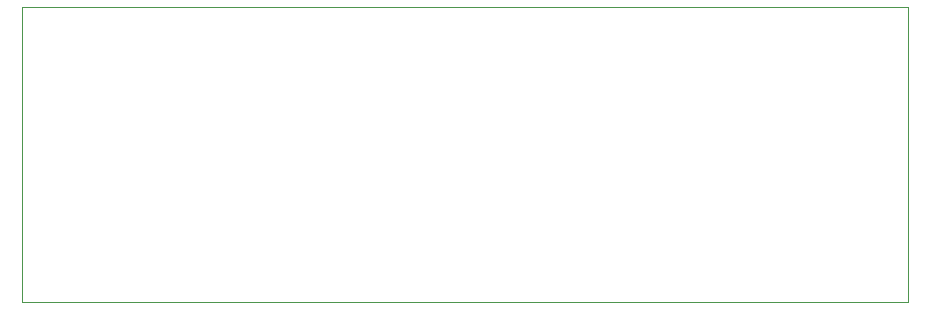
<source format=gbr>
%TF.GenerationSoftware,KiCad,Pcbnew,9.0.4*%
%TF.CreationDate,2026-02-27T16:14:11-07:00*%
%TF.ProjectId,Ashurs PCB,41736875-7273-4205-9043-422e6b696361,rev?*%
%TF.SameCoordinates,Original*%
%TF.FileFunction,Profile,NP*%
%FSLAX46Y46*%
G04 Gerber Fmt 4.6, Leading zero omitted, Abs format (unit mm)*
G04 Created by KiCad (PCBNEW 9.0.4) date 2026-02-27 16:14:11*
%MOMM*%
%LPD*%
G01*
G04 APERTURE LIST*
%TA.AperFunction,Profile*%
%ADD10C,0.050000*%
%TD*%
G04 APERTURE END LIST*
D10*
X145500000Y-38000000D02*
X220500000Y-38000000D01*
X220500000Y-63000000D01*
X145500000Y-63000000D01*
X145500000Y-38000000D01*
M02*

</source>
